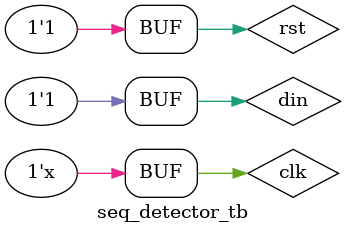
<source format=v>
module seq_detector(
input clk,
    input rst,
    input din,
    output reg dout
);
    parameter IDLE = 2'b00,
              S0 = 2'b01,
              S1 = 2'b10,
              S2 = 2'b11;
    reg[1:0] NS, PS;

    always @(posedge clk) begin
        if(!rst)
            PS = IDLE;
        else
            PS = NS; 

    end

    always @(PS or din) begin
        dout = 0;
        case (PS)
            IDLE :  begin
                if(din)
                    NS = S0;
                else 
                    NS = IDLE;
            end
            S0 : begin
                if(din)
                    NS = S0;
                else 
                    NS = S1;
            end
            S1: begin
                if(din)begin
                    NS <= S2;
                    dout <= 1;
                end
                else
                    NS = IDLE;
            end
            default: NS = IDLE;
        endcase
    end
endmodule

module seq_detector_tb();
    reg clk=0,rst=1,din;
    wire out;
    seq_detector dut(clk,rst,din,out);
    always #5 clk = ~clk;
    initial begin
        rst = 0; #10;
        rst = 1; #10;
        
        din = 0; #10;
        din = 1; #10;
        din = 1; #10;
        din = 0; #10;
        din = 1; #10;
        din = 1; #10;
        din = 0; #10;
        din = 0; #10;
        din = 1; #10;
        din = 0; #10;
        din = 1; #10;
    end
endmodule
</source>
